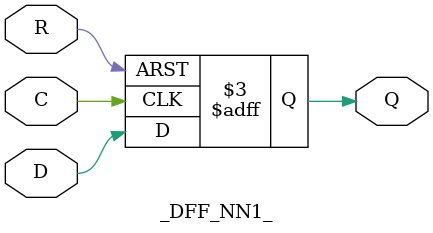
<source format=v>
module _DFF_NN1_(D, Q, C, R);
input D, C, R;
output reg Q;
always @(negedge C or negedge R) begin
	if (R == 0)
		Q <= 1;
	else
		Q <= D;
end
endmodule
</source>
